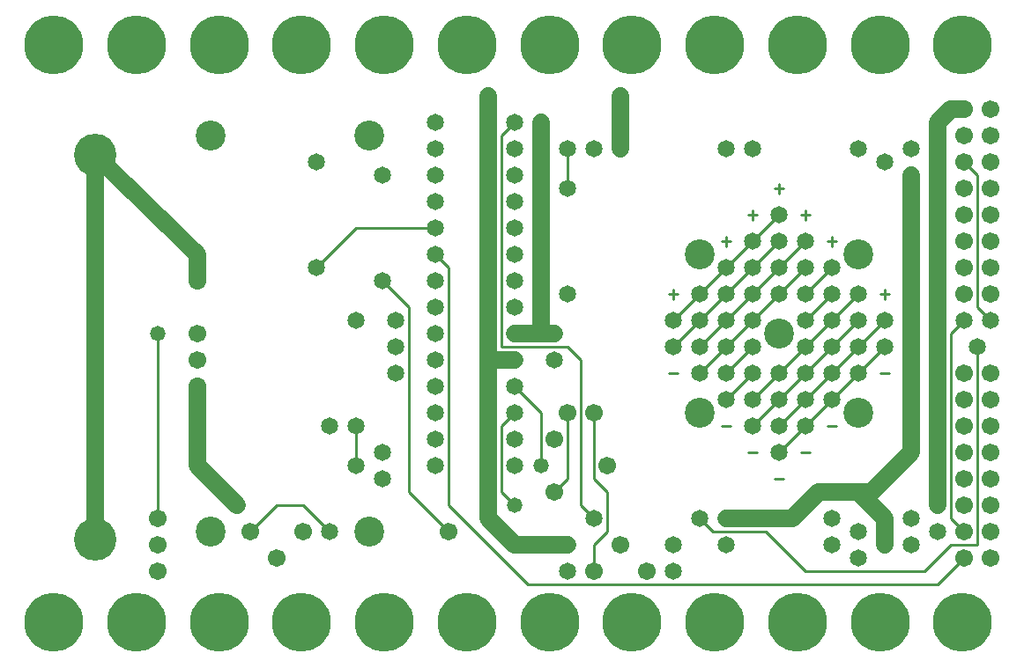
<source format=gtl>
%MOIN*%
%FSLAX25Y25*%
G04 D10 used for Character Trace; *
G04     Circle (OD=.01000) (No hole)*
G04 D11 used for Power Trace; *
G04     Circle (OD=.06700) (No hole)*
G04 D12 used for Signal Trace; *
G04     Circle (OD=.01100) (No hole)*
G04 D13 used for Via; *
G04     Circle (OD=.05800) (Round. Hole ID=.02800)*
G04 D14 used for Component hole; *
G04     Circle (OD=.06500) (Round. Hole ID=.03500)*
G04 D15 used for Component hole; *
G04     Circle (OD=.06700) (Round. Hole ID=.04300)*
G04 D16 used for Component hole; *
G04     Circle (OD=.08100) (Round. Hole ID=.05100)*
G04 D17 used for Component hole; *
G04     Circle (OD=.08900) (Round. Hole ID=.05900)*
G04 D18 used for Component hole; *
G04     Circle (OD=.11300) (Round. Hole ID=.08300)*
G04 D19 used for Component hole; *
G04     Circle (OD=.16000) (Round. Hole ID=.13000)*
G04 D20 used for Component hole; *
G04     Circle (OD=.18300) (Round. Hole ID=.15300)*
G04 D21 used for Component hole; *
G04     Circle (OD=.22291) (Round. Hole ID=.19291)*
%ADD10C,.01000*%
%ADD11C,.06700*%
%ADD12C,.01100*%
%ADD13C,.05800*%
%ADD14C,.06500*%
%ADD15C,.06700*%
%ADD16C,.08100*%
%ADD17C,.08900*%
%ADD18C,.11300*%
%ADD19C,.16000*%
%ADD20C,.18300*%
%ADD21C,.22291*%
%IPPOS*%
%LPD*%
G90*X0Y0D02*D21*X15625Y15625D03*D19*              
X31250Y47200D03*D11*Y192800D01*D19*D03*D11*       
X70000Y155000D01*Y145000D01*D15*D03*D13*          
X55000Y125000D03*D12*Y55000D01*D15*D03*Y45000D03* 
D11*X85000Y60000D02*X70000Y75000D01*D13*          
X85000Y60000D03*D18*X75000Y50000D03*D15*X90000D03*
D12*X100000Y60000D01*X110000D01*X120000Y50000D01* 
D14*D03*D15*X110000D03*D18*X135000D03*D14*        
X140000Y70000D03*D15*X100000Y40000D03*D14*        
X130000Y75000D03*D12*Y90000D01*D14*D03*           
X140000Y80000D03*X120000Y90000D03*                
X145000Y110000D03*D12*X165000Y50000D02*           
X150000Y65000D01*D15*X165000Y50000D03*D12*        
X195000Y30000D02*X165000Y60000D01*                
X195000Y30000D02*X350000D01*X360000Y40000D01*D15* 
D03*D12*X355000Y45000D02*X365000D01*              
X345000Y35000D02*X355000Y45000D01*                
X300000Y35000D02*X345000D01*X300000D02*           
X285000Y50000D01*X265000D01*X260000Y55000D01*D14* 
D03*X270000Y45000D03*X250000D03*X270000Y55000D03* 
D11*X295000D01*X305000Y65000D01*X320000D01*       
X330000Y55000D01*Y45000D01*D14*D03*               
X340000Y55000D03*X320000Y50000D03*                
X340000Y45000D03*X320000Y40000D03*                
X310000Y55000D03*Y45000D03*X350000Y50000D03*D11*  
X320000Y65000D02*X325000D01*X340000Y80000D01*     
Y185000D01*D14*D03*D13*X350000Y175000D03*D11*     
Y110000D01*D13*D03*D11*Y60000D01*D14*D03*D12*     
X360000Y50000D02*X355000Y55000D01*D15*            
X360000Y50000D03*D12*X365000Y45000D02*Y120000D01* 
D14*D03*X370000Y130000D03*D12*X365000Y135000D01*  
Y185000D01*X360000Y190000D01*D15*D03*             
X370000Y180000D03*Y200000D03*Y190000D03*          
X360000Y200000D03*Y180000D03*D11*                 
X350000Y175000D02*Y205000D01*D10*                 
X349163Y206914D02*X350000Y207871D01*Y202129D01*   
X349163D02*X350837D01*D11*X350000Y205000D02*      
X355000Y210000D01*X360000D01*D15*D03*X370000D03*  
D10*X349163Y206914D02*X350000Y207871D01*          
Y202129D01*X349163D02*X350837D01*D14*             
X340000Y195000D03*D21*X359375Y234375D03*          
X328125D03*D14*X330000Y190000D03*D15*             
X360000Y170000D03*X370000D03*D14*                 
X320000Y195000D03*D10*X308326Y160000D02*          
X311674D01*X310000Y161914D02*Y158086D01*D15*      
X360000Y160000D03*X370000D03*D18*                 
X320000Y155000D03*D14*X300000Y150000D03*D12*      
X290000Y140000D01*D14*D03*D12*X280000Y130000D01*  
D14*D03*D12*X270000Y120000D01*D14*D03*D12*        
X260000Y110000D01*D14*D03*X270000Y100000D03*D12*  
X280000Y110000D01*D14*D03*X290000Y100000D03*D12*  
X280000Y90000D01*D14*D03*X290000Y80000D03*D12*    
X300000Y90000D01*D14*D03*D12*X310000Y100000D01*   
D14*D03*D12*X320000Y110000D01*D14*D03*D12*        
X330000Y120000D01*D14*D03*X320000Y130000D03*D12*  
X310000Y120000D01*D14*D03*D12*X300000Y110000D01*  
D14*D03*D12*X290000Y100000D01*D14*X300000D03*D12* 
X290000Y90000D01*D14*D03*D10*X298326Y80000D02*    
X301674D01*D12*X300000Y100000D02*                 
X310000Y110000D01*D14*D03*D12*X320000Y120000D01*  
D14*D03*D12*X330000Y130000D01*D14*D03*            
X320000Y140000D03*D12*X310000Y130000D01*D14*D03*  
D12*X300000Y120000D01*D14*D03*D12*                
X290000Y110000D01*D14*D03*D12*X280000Y100000D01*  
D14*D03*X270000Y110000D03*D12*X280000Y120000D01*  
D14*D03*X270000Y130000D03*D12*X260000Y120000D01*  
D14*D03*D12*X270000Y130000D02*X280000Y140000D01*  
D14*D03*D12*X290000Y150000D01*D14*D03*D12*        
X300000Y160000D01*D14*D03*X310000Y150000D03*D12*  
X300000Y140000D01*D14*D03*X310000D03*D12*         
X300000Y130000D01*D14*D03*D18*X290000Y125000D03*  
D14*X280000Y150000D03*D12*X270000Y140000D01*D14*  
D03*D12*X260000Y130000D01*D14*D03*D12*            
X250000Y120000D01*D14*D03*Y130000D03*D12*         
X260000Y140000D01*D14*D03*D12*X270000Y150000D01*  
D14*D03*D12*X280000Y160000D01*D14*D03*D12*        
X290000Y170000D01*D14*D03*D10*X298326D02*         
X301674D01*X300000Y171914D02*Y168086D01*          
X288326Y180000D02*X291674D01*X290000Y181914D02*   
Y178086D01*X278326Y170000D02*X281674D01*          
X280000Y171914D02*Y168086D01*D14*                 
X290000Y160000D03*D12*X280000Y150000D01*D10*      
X268326Y160000D02*X271674D01*X270000Y161914D02*   
Y158086D01*D18*X260000Y155000D03*D10*             
X248326Y140000D02*X251674D01*X250000Y141914D02*   
Y138086D01*X248326Y110000D02*X251674D01*D14*      
X280000Y195000D03*X270000D03*X230000D03*D11*      
Y215000D01*D13*D03*D14*X210000Y195000D03*D12*     
Y180000D01*D14*D03*X220000Y195000D03*X190000D03*  
Y185000D03*Y175000D03*Y165000D03*D12*             
X185000Y120000D02*Y200000D01*Y120000D02*          
X210000D01*X215000Y115000D01*Y60000D01*           
X220000Y55000D01*D14*D03*D12*Y45000D02*           
X225000Y50000D01*X220000Y35000D02*Y45000D01*D15*  
Y35000D03*X230000Y45000D03*D14*X210000D03*D11*    
X190000D01*X185000Y50000D01*D15*D03*D11*          
X180000Y55000D01*Y115000D01*X190000D01*D14*D03*   
D11*Y125000D02*X200000D01*D14*X190000D03*D11*     
X180000Y115000D02*Y215000D01*D13*D03*D14*         
X190000Y205000D03*D12*X185000Y200000D01*D13*      
X200000Y205000D03*D11*Y125000D01*X205000D01*D14*  
D03*Y115000D03*X190000Y135000D03*                 
X210000Y140000D03*X190000Y105000D03*D12*          
X200000Y95000D01*Y75000D01*D13*D03*D14*           
X190000Y85000D03*D12*X205000Y65000D02*            
X210000Y70000D01*D15*X205000Y65000D03*D12*        
X210000Y70000D02*Y95000D01*D15*D03*               
X205000Y85000D03*X220000Y95000D03*D12*Y70000D01*  
X225000Y65000D01*Y50000D01*D15*X240000Y35000D03*  
D14*X210000D03*X250000D03*D15*X225000Y75000D03*   
D14*X190000D03*D21*X203125Y15625D03*D13*          
X190000Y60000D03*D12*X185000Y65000D01*Y90000D01*  
X190000Y95000D01*D14*D03*X160000Y125000D03*       
Y115000D03*Y105000D03*Y95000D03*Y85000D03*        
Y75000D03*D12*X165000Y60000D02*Y150000D01*        
X160000Y155000D01*D14*D03*Y165000D03*D12*         
X130000D01*X115000Y150000D01*D14*D03*             
X130000Y130000D03*X140000Y145000D03*D12*          
X150000Y135000D01*Y65000D01*D21*X109375Y15625D03* 
X140625D03*X171875D03*D14*X145000Y120000D03*      
Y130000D03*X160000Y135000D03*D21*X78125Y15625D03* 
D15*X70000Y125000D03*Y115000D03*D14*              
X190000Y145000D03*D15*X70000Y105000D03*D11*       
Y75000D01*D15*X55000Y35000D03*D21*X46875Y15625D03*
D14*X160000Y145000D03*Y175000D03*Y185000D03*      
X140000D03*X115000Y190000D03*X160000Y195000D03*   
X190000Y155000D03*D18*X135000Y200000D03*X75000D03*
D14*X160000Y205000D03*D21*X203125Y234375D03*      
X171875D03*X140625D03*X109375D03*X78125D03*       
X46875D03*X15625D03*X234375Y15625D03*Y234375D03*  
D18*X260000Y95000D03*D21*X265625Y15625D03*        
Y234375D03*D10*X268326Y90000D02*X271674D01*       
X278326Y80000D02*X281674D01*X288326Y70000D02*     
X291674D01*D21*X296875Y15625D03*Y234375D03*D10*   
X308326Y90000D02*X311674D01*D18*X320000Y95000D03* 
D21*X328125Y15625D03*D10*X328326Y110000D02*       
X331674D01*X328326Y140000D02*X331674D01*          
X330000Y141914D02*Y138086D01*D12*X355000Y55000D02*
Y125000D01*X360000Y130000D01*D14*D03*D15*         
X370000Y140000D03*X360000D03*X370000Y150000D03*   
X360000D03*Y110000D03*X370000D03*                 
X360000Y100000D03*X370000D03*X360000Y90000D03*    
X370000D03*X360000Y80000D03*X370000D03*           
X360000Y70000D03*X370000D03*X360000Y60000D03*     
X370000D03*Y50000D03*Y40000D03*D21*               
X359375Y15625D03*M02*                             

</source>
